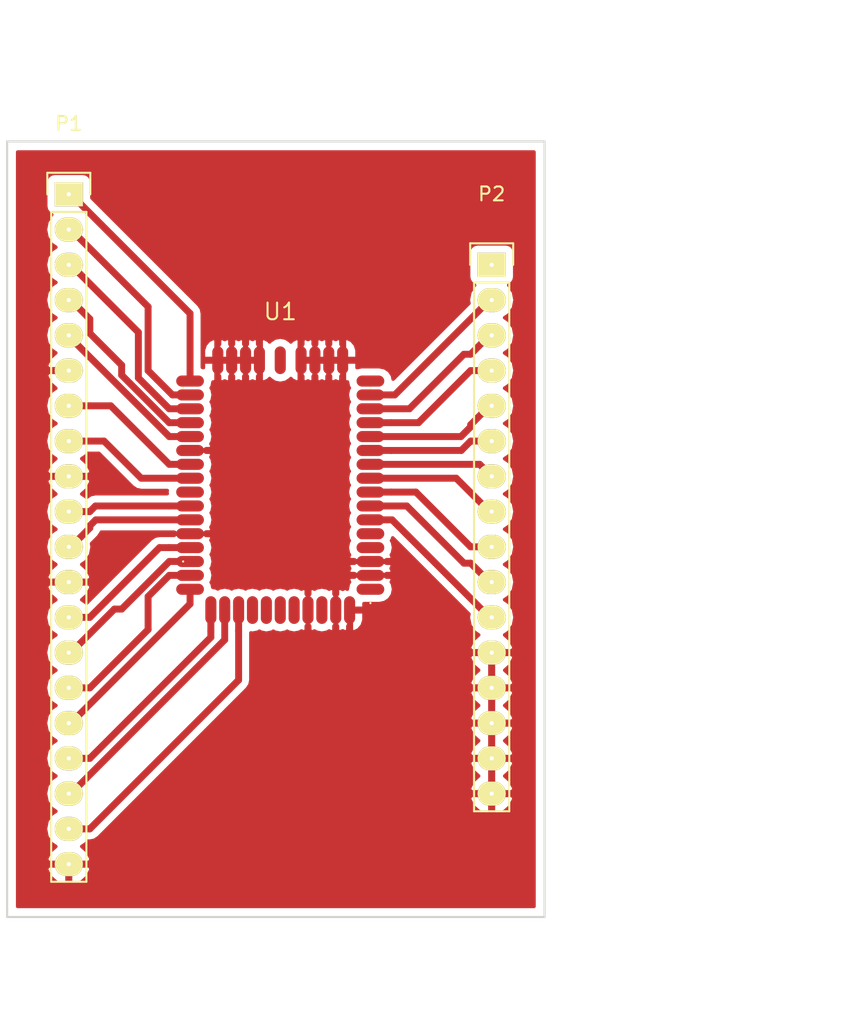
<source format=kicad_pcb>
(kicad_pcb (version 4) (host pcbnew 4.1.0-alpha+201606200816+6943~45~ubuntu16.04.1-product)

  (general
    (links 49)
    (no_connects 6)
    (area 28.038667 16.604001 82.422001 91.899)
    (thickness 1.6)
    (drawings 9)
    (tracks 109)
    (zones 0)
    (modules 3)
    (nets 40)
  )

  (page A4)
  (layers
    (0 F.Cu signal)
    (31 B.Cu signal)
    (32 B.Adhes user)
    (33 F.Adhes user)
    (34 B.Paste user)
    (35 F.Paste user)
    (36 B.SilkS user)
    (37 F.SilkS user)
    (38 B.Mask user)
    (39 F.Mask user)
    (40 Dwgs.User user)
    (41 Cmts.User user)
    (42 Eco1.User user)
    (43 Eco2.User user)
    (44 Edge.Cuts user)
    (45 Margin user)
    (46 B.CrtYd user)
    (47 F.CrtYd user)
    (48 B.Fab user)
    (49 F.Fab user)
  )

  (setup
    (last_trace_width 0.5)
    (trace_clearance 0.2)
    (zone_clearance 0.508)
    (zone_45_only no)
    (trace_min 0.2)
    (segment_width 0.2)
    (edge_width 0.15)
    (via_size 0.6)
    (via_drill 0.4)
    (via_min_size 0.4)
    (via_min_drill 0.3)
    (uvia_size 0.3)
    (uvia_drill 0.1)
    (uvias_allowed no)
    (uvia_min_size 0.2)
    (uvia_min_drill 0.1)
    (pcb_text_width 0.3)
    (pcb_text_size 1.5 1.5)
    (mod_edge_width 0.15)
    (mod_text_size 1 1)
    (mod_text_width 0.15)
    (pad_size 2.032 1.7272)
    (pad_drill 0.3)
    (pad_to_mask_clearance 0.2)
    (aux_axis_origin 0 0)
    (visible_elements FFFFFF7F)
    (pcbplotparams
      (layerselection 0x01000_7fffffff)
      (usegerberextensions false)
      (excludeedgelayer true)
      (linewidth 0.100000)
      (plotframeref false)
      (viasonmask false)
      (mode 1)
      (useauxorigin false)
      (hpglpennumber 1)
      (hpglpenspeed 20)
      (hpglpendiameter 15)
      (psnegative true)
      (psa4output false)
      (plotreference true)
      (plotvalue true)
      (plotinvisibletext false)
      (padsonsilk false)
      (subtractmaskfromsilk false)
      (outputformat 4)
      (mirror true)
      (drillshape 1)
      (scaleselection 1)
      (outputdirectory pdf/))
  )

  (net 0 "")
  (net 1 "Net-(P1-Pad1)")
  (net 2 "Net-(P1-Pad2)")
  (net 3 "Net-(P1-Pad3)")
  (net 4 "Net-(P1-Pad4)")
  (net 5 "Net-(P1-Pad5)")
  (net 6 "Net-(P1-Pad7)")
  (net 7 "Net-(P1-Pad8)")
  (net 8 "Net-(U1-Pad9)")
  (net 9 "Net-(P1-Pad10)")
  (net 10 "Net-(P1-Pad11)")
  (net 11 "Net-(P1-Pad13)")
  (net 12 "Net-(P1-Pad14)")
  (net 13 "Net-(P1-Pad15)")
  (net 14 "Net-(P1-Pad16)")
  (net 15 "Net-(P1-Pad17)")
  (net 16 "Net-(P1-Pad18)")
  (net 17 "Net-(P1-Pad19)")
  (net 18 "Net-(U1-Pad20)")
  (net 19 "Net-(U1-Pad21)")
  (net 20 "Net-(U1-Pad22)")
  (net 21 "Net-(U1-Pad23)")
  (net 22 "Net-(U1-Pad25)")
  (net 23 "Net-(U1-Pad28)")
  (net 24 "Net-(U1-Pad31)")
  (net 25 "Net-(U1-Pad32)")
  (net 26 "Net-(P2-Pad11)")
  (net 27 "Net-(P2-Pad10)")
  (net 28 "Net-(P2-Pad9)")
  (net 29 "Net-(P2-Pad8)")
  (net 30 "Net-(P2-Pad7)")
  (net 31 "Net-(P2-Pad6)")
  (net 32 "Net-(P2-Pad5)")
  (net 33 "Net-(P2-Pad4)")
  (net 34 "Net-(P2-Pad3)")
  (net 35 "Net-(P2-Pad2)")
  (net 36 "Net-(U1-Pad43)")
  (net 37 "Net-(U1-Pad48)")
  (net 38 "Net-(P2-Pad1)")
  (net 39 /GND)

  (net_class Default "This is the default net class."
    (clearance 0.2)
    (trace_width 0.5)
    (via_dia 0.6)
    (via_drill 0.4)
    (uvia_dia 0.3)
    (uvia_drill 0.1)
    (add_net /GND)
    (add_net "Net-(P1-Pad1)")
    (add_net "Net-(P1-Pad10)")
    (add_net "Net-(P1-Pad11)")
    (add_net "Net-(P1-Pad13)")
    (add_net "Net-(P1-Pad14)")
    (add_net "Net-(P1-Pad15)")
    (add_net "Net-(P1-Pad16)")
    (add_net "Net-(P1-Pad17)")
    (add_net "Net-(P1-Pad18)")
    (add_net "Net-(P1-Pad19)")
    (add_net "Net-(P1-Pad2)")
    (add_net "Net-(P1-Pad3)")
    (add_net "Net-(P1-Pad4)")
    (add_net "Net-(P1-Pad5)")
    (add_net "Net-(P1-Pad7)")
    (add_net "Net-(P1-Pad8)")
    (add_net "Net-(P2-Pad1)")
    (add_net "Net-(P2-Pad10)")
    (add_net "Net-(P2-Pad11)")
    (add_net "Net-(P2-Pad2)")
    (add_net "Net-(P2-Pad3)")
    (add_net "Net-(P2-Pad4)")
    (add_net "Net-(P2-Pad5)")
    (add_net "Net-(P2-Pad6)")
    (add_net "Net-(P2-Pad7)")
    (add_net "Net-(P2-Pad8)")
    (add_net "Net-(P2-Pad9)")
    (add_net "Net-(U1-Pad20)")
    (add_net "Net-(U1-Pad21)")
    (add_net "Net-(U1-Pad22)")
    (add_net "Net-(U1-Pad23)")
    (add_net "Net-(U1-Pad25)")
    (add_net "Net-(U1-Pad28)")
    (add_net "Net-(U1-Pad31)")
    (add_net "Net-(U1-Pad32)")
    (add_net "Net-(U1-Pad43)")
    (add_net "Net-(U1-Pad48)")
    (add_net "Net-(U1-Pad9)")
  )

  (module tiwi:TiWi-BLE (layer F.Cu) (tedit 574C6333) (tstamp 574C6628)
    (at 48.387 51.054)
    (path /57266795)
    (fp_text reference U1 (at 0 -12.5) (layer F.SilkS)
      (effects (font (size 1.2 1.2) (thickness 0.15)))
    )
    (fp_text value TiWi-BLE (at 0 12.5) (layer F.Fab)
      (effects (font (size 1.2 1.2) (thickness 0.15)))
    )
    (fp_line (start -7 -7) (end -7 -7) (layer F.SilkS) (width 0.15))
    (fp_line (start 6.5 -7) (end 6.5 -7) (layer F.SilkS) (width 0.15))
    (fp_line (start 6.5 -7) (end 6.5 -7) (layer F.SilkS) (width 0.15))
    (fp_line (start -7 5.5) (end -7 5.5) (layer F.SilkS) (width 0.15))
    (fp_line (start -7 5.5) (end -7 5.5) (layer F.SilkS) (width 0.15))
    (fp_line (start 6.5 8.5) (end 6.5 8.5) (layer F.SilkS) (width 0.15))
    (fp_line (start 6.5 8.5) (end 6.5 8.5) (layer F.SilkS) (width 0.15))
    (fp_line (start -8.5 -11) (end 8.5 -11) (layer F.CrtYd) (width 0.15))
    (fp_line (start 8.5 -11) (end 8.5 11) (layer F.CrtYd) (width 0.15))
    (fp_line (start 8.5 11) (end -8.5 11) (layer F.CrtYd) (width 0.15))
    (fp_line (start -8.5 11) (end -8.5 -11) (layer F.CrtYd) (width 0.15))
    (pad 1 smd oval (at -6.5 -7.5 90) (size 0.8 2) (layers F.Cu F.Paste F.Mask)
      (net 1 "Net-(P1-Pad1)"))
    (pad 2 smd oval (at -6.5 -6.5 90) (size 0.8 2) (layers F.Cu F.Paste F.Mask)
      (net 2 "Net-(P1-Pad2)"))
    (pad 3 smd oval (at -6.5 -5.5 90) (size 0.8 2) (layers F.Cu F.Paste F.Mask)
      (net 3 "Net-(P1-Pad3)"))
    (pad 4 smd oval (at -6.5 -4.5 90) (size 0.8 2) (layers F.Cu F.Paste F.Mask)
      (net 4 "Net-(P1-Pad4)"))
    (pad 5 smd oval (at -6.5 -3.5 90) (size 0.8 2) (layers F.Cu F.Paste F.Mask)
      (net 5 "Net-(P1-Pad5)"))
    (pad 6 smd oval (at -6.5 -2.5 90) (size 0.8 2) (layers F.Cu F.Paste F.Mask)
      (net 39 /GND))
    (pad 7 smd oval (at -6.5 -1.5 90) (size 0.8 2) (layers F.Cu F.Paste F.Mask)
      (net 6 "Net-(P1-Pad7)"))
    (pad 8 smd oval (at -6.5 -0.5 90) (size 0.8 2) (layers F.Cu F.Paste F.Mask)
      (net 7 "Net-(P1-Pad8)"))
    (pad 9 smd oval (at -6.5 0.5 90) (size 0.8 2) (layers F.Cu F.Paste F.Mask)
      (net 8 "Net-(U1-Pad9)"))
    (pad 10 smd oval (at -6.5 1.5 90) (size 0.8 2) (layers F.Cu F.Paste F.Mask)
      (net 9 "Net-(P1-Pad10)"))
    (pad 11 smd oval (at -6.5 2.5 90) (size 0.8 2) (layers F.Cu F.Paste F.Mask)
      (net 10 "Net-(P1-Pad11)"))
    (pad 12 smd oval (at -6.5 3.5 90) (size 0.8 2) (layers F.Cu F.Paste F.Mask)
      (net 39 /GND))
    (pad 13 smd oval (at -6.5 4.5 90) (size 0.8 2) (layers F.Cu F.Paste F.Mask)
      (net 11 "Net-(P1-Pad13)"))
    (pad 14 smd oval (at -6.5 5.5 90) (size 0.8 2) (layers F.Cu F.Paste F.Mask)
      (net 12 "Net-(P1-Pad14)"))
    (pad 15 smd oval (at -6.5 6.5 90) (size 0.8 2) (layers F.Cu F.Paste F.Mask)
      (net 13 "Net-(P1-Pad15)"))
    (pad 16 smd oval (at -6.5 7.5 90) (size 0.8 2) (layers F.Cu F.Paste F.Mask)
      (net 14 "Net-(P1-Pad16)"))
    (pad 17 smd oval (at -5 9) (size 0.8 2) (layers F.Cu F.Paste F.Mask)
      (net 15 "Net-(P1-Pad17)"))
    (pad 18 smd oval (at -4 9) (size 0.8 2) (layers F.Cu F.Paste F.Mask)
      (net 16 "Net-(P1-Pad18)"))
    (pad 19 smd oval (at -3 9) (size 0.8 2) (layers F.Cu F.Paste F.Mask)
      (net 17 "Net-(P1-Pad19)"))
    (pad 20 smd oval (at -2 9) (size 0.8 2) (layers F.Cu F.Paste F.Mask)
      (net 18 "Net-(U1-Pad20)"))
    (pad 21 smd oval (at -1 9) (size 0.8 2) (layers F.Cu F.Paste F.Mask)
      (net 19 "Net-(U1-Pad21)"))
    (pad 22 smd oval (at 0 9) (size 0.8 2) (layers F.Cu F.Paste F.Mask)
      (net 20 "Net-(U1-Pad22)"))
    (pad 23 smd oval (at 1 9) (size 0.8 2) (layers F.Cu F.Paste F.Mask)
      (net 21 "Net-(U1-Pad23)"))
    (pad 24 smd oval (at 2 9) (size 0.8 2) (layers F.Cu F.Paste F.Mask)
      (net 39 /GND))
    (pad 25 smd oval (at 3 9) (size 0.8 2) (layers F.Cu F.Paste F.Mask)
      (net 22 "Net-(U1-Pad25)"))
    (pad 26 smd oval (at 4 9) (size 0.8 2) (layers F.Cu F.Paste F.Mask)
      (net 39 /GND))
    (pad 27 smd oval (at 5 9 180) (size 0.8 2) (layers F.Cu F.Paste F.Mask)
      (net 39 /GND))
    (pad 28 smd oval (at 6.5 7.5 90) (size 0.8 2) (layers F.Cu F.Paste F.Mask)
      (net 23 "Net-(U1-Pad28)"))
    (pad 29 smd oval (at 6.5 6.5 90) (size 0.8 2) (layers F.Cu F.Paste F.Mask)
      (net 39 /GND))
    (pad 30 smd oval (at 6.5 5.5 90) (size 0.8 2) (layers F.Cu F.Paste F.Mask)
      (net 39 /GND))
    (pad 31 smd oval (at 6.5 4.5 90) (size 0.8 2) (layers F.Cu F.Paste F.Mask)
      (net 24 "Net-(U1-Pad31)"))
    (pad 32 smd oval (at 6.5 3.5 90) (size 0.8 2) (layers F.Cu F.Paste F.Mask)
      (net 25 "Net-(U1-Pad32)"))
    (pad 33 smd oval (at 6.5 2.5 90) (size 0.8 2) (layers F.Cu F.Paste F.Mask)
      (net 26 "Net-(P2-Pad11)"))
    (pad 34 smd oval (at 6.5 1.5 90) (size 0.8 2) (layers F.Cu F.Paste F.Mask)
      (net 27 "Net-(P2-Pad10)"))
    (pad 35 smd oval (at 6.5 0.5 90) (size 0.8 2) (layers F.Cu F.Paste F.Mask)
      (net 28 "Net-(P2-Pad9)"))
    (pad 36 smd oval (at 6.5 -0.5 90) (size 0.8 2) (layers F.Cu F.Paste F.Mask)
      (net 29 "Net-(P2-Pad8)"))
    (pad 37 smd oval (at 6.5 -1.5 90) (size 0.8 2) (layers F.Cu F.Paste F.Mask)
      (net 30 "Net-(P2-Pad7)"))
    (pad 38 smd oval (at 6.5 -2.5 90) (size 0.8 2) (layers F.Cu F.Paste F.Mask)
      (net 31 "Net-(P2-Pad6)"))
    (pad 39 smd oval (at 6.5 -3.5 90) (size 0.8 2) (layers F.Cu F.Paste F.Mask)
      (net 32 "Net-(P2-Pad5)"))
    (pad 40 smd oval (at 6.5 -4.5 270) (size 0.8 2) (layers F.Cu F.Paste F.Mask)
      (net 33 "Net-(P2-Pad4)"))
    (pad 41 smd oval (at 6.5 -5.5 270) (size 0.8 2) (layers F.Cu F.Paste F.Mask)
      (net 34 "Net-(P2-Pad3)"))
    (pad 42 smd oval (at 6.5 -6.5 270) (size 0.8 2) (layers F.Cu F.Paste F.Mask)
      (net 35 "Net-(P2-Pad2)"))
    (pad 43 smd oval (at 6.5 -7.5 270) (size 0.8 2) (layers F.Cu F.Paste F.Mask)
      (net 36 "Net-(U1-Pad43)"))
    (pad 44 smd oval (at 4.5 -9) (size 0.8 2) (layers F.Cu F.Paste F.Mask)
      (net 39 /GND))
    (pad 45 smd oval (at 3.5 -9) (size 0.8 2) (layers F.Cu F.Paste F.Mask)
      (net 39 /GND))
    (pad 46 smd oval (at 2.5 -9) (size 0.8 2) (layers F.Cu F.Paste F.Mask)
      (net 39 /GND))
    (pad 47 smd oval (at 1.5 -9) (size 0.8 2) (layers F.Cu F.Paste F.Mask)
      (net 39 /GND))
    (pad 48 smd oval (at 0 -9) (size 0.8 2) (layers F.Cu F.Paste F.Mask)
      (net 37 "Net-(U1-Pad48)"))
    (pad 49 smd oval (at -1.5 -9) (size 0.8 2) (layers F.Cu F.Paste F.Mask)
      (net 39 /GND))
    (pad 50 smd oval (at -2.5 -9) (size 0.8 2) (layers F.Cu F.Paste F.Mask)
      (net 39 /GND))
    (pad 51 smd oval (at -3.5 -9) (size 0.8 2) (layers F.Cu F.Paste F.Mask)
      (net 39 /GND))
    (pad 52 smd oval (at -4.5 -9) (size 0.8 2) (layers F.Cu F.Paste F.Mask)
      (net 39 /GND))
  )

  (module Pin_Headers:Pin_Header_Straight_1x20 (layer F.Cu) (tedit 574DDFDC) (tstamp 574C66AE)
    (at 33.147 30.099)
    (descr "Through hole pin header")
    (tags "pin header")
    (path /572667FB)
    (fp_text reference P1 (at 0 -5.1) (layer F.SilkS)
      (effects (font (size 1 1) (thickness 0.15)))
    )
    (fp_text value CONN_01X20 (at 0 -3.1) (layer F.Fab)
      (effects (font (size 1 1) (thickness 0.15)))
    )
    (fp_line (start -1.75 -1.75) (end -1.75 50.05) (layer F.CrtYd) (width 0.05))
    (fp_line (start 1.75 -1.75) (end 1.75 50.05) (layer F.CrtYd) (width 0.05))
    (fp_line (start -1.75 -1.75) (end 1.75 -1.75) (layer F.CrtYd) (width 0.05))
    (fp_line (start -1.75 50.05) (end 1.75 50.05) (layer F.CrtYd) (width 0.05))
    (fp_line (start 1.27 1.27) (end 1.27 49.53) (layer F.SilkS) (width 0.15))
    (fp_line (start 1.27 49.53) (end -1.27 49.53) (layer F.SilkS) (width 0.15))
    (fp_line (start -1.27 49.53) (end -1.27 1.27) (layer F.SilkS) (width 0.15))
    (fp_line (start 1.55 -1.55) (end 1.55 0) (layer F.SilkS) (width 0.15))
    (fp_line (start 1.27 1.27) (end -1.27 1.27) (layer F.SilkS) (width 0.15))
    (fp_line (start -1.55 0) (end -1.55 -1.55) (layer F.SilkS) (width 0.15))
    (fp_line (start -1.55 -1.55) (end 1.55 -1.55) (layer F.SilkS) (width 0.15))
    (pad 1 thru_hole rect (at 0 0) (size 2.032 1.7272) (drill 0.3) (layers *.Cu *.Mask F.SilkS)
      (net 1 "Net-(P1-Pad1)"))
    (pad 2 thru_hole oval (at 0 2.54) (size 2.032 1.7272) (drill 0.3) (layers *.Cu *.Mask F.SilkS)
      (net 2 "Net-(P1-Pad2)"))
    (pad 3 thru_hole oval (at 0 5.08) (size 2.032 1.7272) (drill 0.3) (layers *.Cu *.Mask F.SilkS)
      (net 3 "Net-(P1-Pad3)"))
    (pad 4 thru_hole oval (at 0 7.62) (size 2.032 1.7272) (drill 0.3) (layers *.Cu *.Mask F.SilkS)
      (net 4 "Net-(P1-Pad4)"))
    (pad 5 thru_hole oval (at 0 10.16) (size 2.032 1.7272) (drill 0.3) (layers *.Cu *.Mask F.SilkS)
      (net 5 "Net-(P1-Pad5)"))
    (pad 6 thru_hole oval (at 0 12.7) (size 2.032 1.7272) (drill 0.3) (layers *.Cu *.Mask F.SilkS)
      (net 39 /GND))
    (pad 7 thru_hole oval (at 0 15.24) (size 2.032 1.7272) (drill 0.3) (layers *.Cu *.Mask F.SilkS)
      (net 6 "Net-(P1-Pad7)"))
    (pad 8 thru_hole oval (at 0 17.78) (size 2.032 1.7272) (drill 0.3) (layers *.Cu *.Mask F.SilkS)
      (net 7 "Net-(P1-Pad8)"))
    (pad 9 thru_hole oval (at 0 20.32) (size 2.032 1.7272) (drill 0.3) (layers *.Cu *.Mask F.SilkS)
      (net 39 /GND))
    (pad 10 thru_hole oval (at 0 22.86) (size 2.032 1.7272) (drill 0.3) (layers *.Cu *.Mask F.SilkS)
      (net 9 "Net-(P1-Pad10)"))
    (pad 11 thru_hole oval (at 0 25.4) (size 2.032 1.7272) (drill 0.3) (layers *.Cu *.Mask F.SilkS)
      (net 10 "Net-(P1-Pad11)"))
    (pad 12 thru_hole oval (at 0 27.94) (size 2.032 1.7272) (drill 0.3) (layers *.Cu *.Mask F.SilkS)
      (net 39 /GND))
    (pad 13 thru_hole oval (at 0 30.48) (size 2.032 1.7272) (drill 0.3) (layers *.Cu *.Mask F.SilkS)
      (net 11 "Net-(P1-Pad13)"))
    (pad 14 thru_hole oval (at 0 33.02) (size 2.032 1.7272) (drill 0.3) (layers *.Cu *.Mask F.SilkS)
      (net 12 "Net-(P1-Pad14)"))
    (pad 15 thru_hole oval (at 0 35.56) (size 2.032 1.7272) (drill 0.3) (layers *.Cu *.Mask F.SilkS)
      (net 13 "Net-(P1-Pad15)"))
    (pad 16 thru_hole oval (at 0 38.1) (size 2.032 1.7272) (drill 0.3) (layers *.Cu *.Mask F.SilkS)
      (net 14 "Net-(P1-Pad16)"))
    (pad 17 thru_hole oval (at 0 40.64) (size 2.032 1.7272) (drill 0.3) (layers *.Cu *.Mask F.SilkS)
      (net 15 "Net-(P1-Pad17)"))
    (pad 18 thru_hole oval (at 0 43.18) (size 2.032 1.7272) (drill 0.3) (layers *.Cu *.Mask F.SilkS)
      (net 16 "Net-(P1-Pad18)"))
    (pad 19 thru_hole oval (at 0 45.72) (size 2.032 1.7272) (drill 0.3) (layers *.Cu *.Mask F.SilkS)
      (net 17 "Net-(P1-Pad19)"))
    (pad 20 thru_hole oval (at 0 48.26) (size 2.032 1.7272) (drill 0.3) (layers *.Cu *.Mask F.SilkS)
      (net 39 /GND))
    (model Pin_Headers.3dshapes/Pin_Header_Straight_1x20.wrl
      (at (xyz 0 -0.95 0))
      (scale (xyz 1 1 1))
      (rotate (xyz 0 0 90))
    )
  )

  (module Pin_Headers:Pin_Header_Straight_1x16 (layer F.Cu) (tedit 574DDF77) (tstamp 574C66F0)
    (at 63.627 35.179)
    (descr "Through hole pin header")
    (tags "pin header")
    (path /57266C14)
    (fp_text reference P2 (at 0 -5.1) (layer F.SilkS)
      (effects (font (size 1 1) (thickness 0.15)))
    )
    (fp_text value CONN_01X16 (at 0 -3.1) (layer F.Fab)
      (effects (font (size 1 1) (thickness 0.15)))
    )
    (fp_line (start -1.75 -1.75) (end -1.75 39.85) (layer F.CrtYd) (width 0.05))
    (fp_line (start 1.75 -1.75) (end 1.75 39.85) (layer F.CrtYd) (width 0.05))
    (fp_line (start -1.75 -1.75) (end 1.75 -1.75) (layer F.CrtYd) (width 0.05))
    (fp_line (start -1.75 39.85) (end 1.75 39.85) (layer F.CrtYd) (width 0.05))
    (fp_line (start -1.27 1.27) (end -1.27 39.37) (layer F.SilkS) (width 0.15))
    (fp_line (start -1.27 39.37) (end 1.27 39.37) (layer F.SilkS) (width 0.15))
    (fp_line (start 1.27 39.37) (end 1.27 1.27) (layer F.SilkS) (width 0.15))
    (fp_line (start 1.55 -1.55) (end 1.55 0) (layer F.SilkS) (width 0.15))
    (fp_line (start 1.27 1.27) (end -1.27 1.27) (layer F.SilkS) (width 0.15))
    (fp_line (start -1.55 0) (end -1.55 -1.55) (layer F.SilkS) (width 0.15))
    (fp_line (start -1.55 -1.55) (end 1.55 -1.55) (layer F.SilkS) (width 0.15))
    (pad 1 thru_hole rect (at 0 0) (size 2.032 1.7272) (drill 0.3) (layers *.Cu *.Mask F.SilkS)
      (net 38 "Net-(P2-Pad1)"))
    (pad 2 thru_hole oval (at 0 2.54) (size 2.032 1.7272) (drill 0.3) (layers *.Cu *.Mask F.SilkS)
      (net 35 "Net-(P2-Pad2)"))
    (pad 3 thru_hole oval (at 0 5.08) (size 2.032 1.7272) (drill 0.3) (layers *.Cu *.Mask F.SilkS)
      (net 34 "Net-(P2-Pad3)"))
    (pad 4 thru_hole oval (at 0 7.62) (size 2.032 1.7272) (drill 0.3) (layers *.Cu *.Mask F.SilkS)
      (net 33 "Net-(P2-Pad4)"))
    (pad 5 thru_hole oval (at 0 10.16) (size 2.032 1.7272) (drill 0.3) (layers *.Cu *.Mask F.SilkS)
      (net 32 "Net-(P2-Pad5)"))
    (pad 6 thru_hole oval (at 0 12.7) (size 2.032 1.7272) (drill 0.3) (layers *.Cu *.Mask F.SilkS)
      (net 31 "Net-(P2-Pad6)"))
    (pad 7 thru_hole oval (at 0 15.24) (size 2.032 1.7272) (drill 0.3) (layers *.Cu *.Mask F.SilkS)
      (net 30 "Net-(P2-Pad7)"))
    (pad 8 thru_hole oval (at 0 17.78) (size 2.032 1.7272) (drill 0.3) (layers *.Cu *.Mask F.SilkS)
      (net 29 "Net-(P2-Pad8)"))
    (pad 9 thru_hole oval (at 0 20.32) (size 2.032 1.7272) (drill 0.3) (layers *.Cu *.Mask F.SilkS)
      (net 28 "Net-(P2-Pad9)"))
    (pad 10 thru_hole oval (at 0 22.86) (size 2.032 1.7272) (drill 0.3) (layers *.Cu *.Mask F.SilkS)
      (net 27 "Net-(P2-Pad10)"))
    (pad 11 thru_hole oval (at 0 25.4) (size 2.032 1.7272) (drill 0.3) (layers *.Cu *.Mask F.SilkS)
      (net 26 "Net-(P2-Pad11)"))
    (pad 12 thru_hole oval (at 0 27.94) (size 2.032 1.7272) (drill 0.3) (layers *.Cu *.Mask F.SilkS)
      (net 39 /GND))
    (pad 13 thru_hole oval (at 0 30.48) (size 2.032 1.7272) (drill 0.3) (layers *.Cu *.Mask F.SilkS)
      (net 39 /GND))
    (pad 14 thru_hole oval (at 0 33.02) (size 2.032 1.7272) (drill 0.3) (layers *.Cu *.Mask F.SilkS)
      (net 39 /GND))
    (pad 15 thru_hole oval (at 0 35.56) (size 2.032 1.7272) (drill 0.3) (layers *.Cu *.Mask F.SilkS)
      (net 39 /GND))
    (pad 16 thru_hole oval (at 0 38.1) (size 2.032 1.7272) (drill 0.3) (layers *.Cu *.Mask F.SilkS)
      (net 39 /GND))
    (model Pin_Headers.3dshapes/Pin_Header_Straight_1x16.wrl
      (at (xyz 0 -0.75 0))
      (scale (xyz 1 1 1))
      (rotate (xyz 0 0 90))
    )
  )

  (dimension 5.097211 (width 0.3) (layer Dwgs.User)
    (gr_text "5,097 mm" (at 87.202 32.630394 90) (layer Dwgs.User)
      (effects (font (size 1.5 1.5) (thickness 0.3)))
    )
    (feature1 (pts (xy 63.627 30.081789) (xy 88.552 30.081789)))
    (feature2 (pts (xy 63.627 35.179) (xy 88.552 35.179)))
    (crossbar (pts (xy 85.852 35.179) (xy 85.852 30.081789)))
    (arrow1a (pts (xy 85.852 30.081789) (xy 86.438421 31.208293)))
    (arrow1b (pts (xy 85.852 30.081789) (xy 85.265579 31.208293)))
    (arrow2a (pts (xy 85.852 35.179) (xy 86.438421 34.052496)))
    (arrow2b (pts (xy 85.852 35.179) (xy 85.265579 34.052496)))
  )
  (dimension 30.48 (width 0.3) (layer Dwgs.User)
    (gr_text "30,480 mm" (at 48.387 86.059) (layer Dwgs.User)
      (effects (font (size 1.5 1.5) (thickness 0.3)))
    )
    (feature1 (pts (xy 63.627 78.359) (xy 63.627 87.409)))
    (feature2 (pts (xy 33.147 78.359) (xy 33.147 87.409)))
    (crossbar (pts (xy 33.147 84.709) (xy 63.627 84.709)))
    (arrow1a (pts (xy 63.627 84.709) (xy 62.500496 85.295421)))
    (arrow1b (pts (xy 63.627 84.709) (xy 62.500496 84.122579)))
    (arrow2a (pts (xy 33.147 84.709) (xy 34.273504 85.295421)))
    (arrow2b (pts (xy 33.147 84.709) (xy 34.273504 84.122579)))
  )
  (dimension 55.88 (width 0.3) (layer Dwgs.User)
    (gr_text "55,880 mm" (at 75.772 54.229 270) (layer Dwgs.User)
      (effects (font (size 1.5 1.5) (thickness 0.3)))
    )
    (feature1 (pts (xy 67.437 82.169) (xy 77.122 82.169)))
    (feature2 (pts (xy 67.437 26.289) (xy 77.122 26.289)))
    (crossbar (pts (xy 74.422 26.289) (xy 74.422 82.169)))
    (arrow1a (pts (xy 74.422 82.169) (xy 73.835579 81.042496)))
    (arrow1b (pts (xy 74.422 82.169) (xy 75.008421 81.042496)))
    (arrow2a (pts (xy 74.422 26.289) (xy 73.835579 27.415504)))
    (arrow2b (pts (xy 74.422 26.289) (xy 75.008421 27.415504)))
  )
  (dimension 30.48 (width 0.3) (layer Dwgs.User)
    (gr_text "30,480 mm" (at 48.387 17.954001) (layer Dwgs.User)
      (effects (font (size 1.5 1.5) (thickness 0.3)))
    )
    (feature1 (pts (xy 33.147 33.909) (xy 33.147 16.604001)))
    (feature2 (pts (xy 63.627 33.909) (xy 63.627 16.604001)))
    (crossbar (pts (xy 63.627 19.304001) (xy 33.147 19.304001)))
    (arrow1a (pts (xy 33.147 19.304001) (xy 34.273504 18.71758)))
    (arrow1b (pts (xy 33.147 19.304001) (xy 34.273504 19.890422)))
    (arrow2a (pts (xy 63.627 19.304001) (xy 62.500496 18.71758)))
    (arrow2b (pts (xy 63.627 19.304001) (xy 62.500496 19.890422)))
  )
  (dimension 38.735 (width 0.3) (layer Dwgs.User)
    (gr_text "38,735 mm" (at 48.0695 90.503999) (layer Dwgs.User)
      (effects (font (size 1.5 1.5) (thickness 0.3)))
    )
    (feature1 (pts (xy 67.437 82.169) (xy 67.437 91.853999)))
    (feature2 (pts (xy 28.702 82.169) (xy 28.702 91.853999)))
    (crossbar (pts (xy 28.702 89.153999) (xy 67.437 89.153999)))
    (arrow1a (pts (xy 67.437 89.153999) (xy 66.310496 89.74042)))
    (arrow1b (pts (xy 67.437 89.153999) (xy 66.310496 88.567578)))
    (arrow2a (pts (xy 28.702 89.153999) (xy 29.828504 89.74042)))
    (arrow2b (pts (xy 28.702 89.153999) (xy 29.828504 88.567578)))
  )
  (gr_line (start 28.702 82.169) (end 28.702 26.289) (layer Edge.Cuts) (width 0.15))
  (gr_line (start 67.437 82.169) (end 28.702 82.169) (layer Edge.Cuts) (width 0.15))
  (gr_line (start 67.437 26.289) (end 67.437 82.169) (layer Edge.Cuts) (width 0.15))
  (gr_line (start 28.702 26.289) (end 67.437 26.289) (layer Edge.Cuts) (width 0.15))

  (segment (start 51.562 67.564) (end 46.482 67.564) (width 1) (layer Dwgs.User) (net 0))
  (segment (start 41.887 43.554) (end 41.887 38.6866) (width 0.5) (layer F.Cu) (net 1))
  (segment (start 41.887 38.6866) (end 33.2994 30.099) (width 0.5) (layer F.Cu) (net 1))
  (segment (start 33.2994 30.099) (end 33.147 30.099) (width 0.5) (layer F.Cu) (net 1))
  (segment (start 33.2994 29.464) (end 33.147 29.464) (width 0.25) (layer F.Cu) (net 1))
  (segment (start 41.887 44.554) (end 40.617 44.554) (width 0.5) (layer F.Cu) (net 2))
  (segment (start 40.617 44.554) (end 38.862 42.799) (width 0.5) (layer F.Cu) (net 2))
  (segment (start 38.862 42.799) (end 38.862 38.2016) (width 0.5) (layer F.Cu) (net 2))
  (segment (start 38.862 38.2016) (end 33.2994 32.639) (width 0.5) (layer F.Cu) (net 2))
  (segment (start 33.2994 32.639) (end 33.147 32.639) (width 0.5) (layer F.Cu) (net 2))
  (segment (start 33.147 35.179) (end 33.2994 35.179) (width 0.5) (layer F.Cu) (net 3))
  (segment (start 33.2994 35.179) (end 38.161989 40.041589) (width 0.5) (layer F.Cu) (net 3))
  (segment (start 38.161989 40.041589) (end 38.161989 43.328989) (width 0.5) (layer F.Cu) (net 3))
  (segment (start 38.161989 43.328989) (end 40.387 45.554) (width 0.5) (layer F.Cu) (net 3))
  (segment (start 40.387 45.554) (end 41.887 45.554) (width 0.5) (layer F.Cu) (net 3))
  (segment (start 33.2994 37.719) (end 33.147 37.719) (width 0.5) (layer F.Cu) (net 4))
  (segment (start 41.887 46.554) (end 40.387 46.554) (width 0.5) (layer F.Cu) (net 4))
  (segment (start 40.387 46.554) (end 36.957 43.124) (width 0.5) (layer F.Cu) (net 4))
  (segment (start 36.957 43.124) (end 36.957 42.406025) (width 0.5) (layer F.Cu) (net 4))
  (segment (start 36.957 42.406025) (end 34.663 40.112025) (width 0.5) (layer F.Cu) (net 4))
  (segment (start 34.663 40.112025) (end 34.663 39.0826) (width 0.5) (layer F.Cu) (net 4))
  (segment (start 34.663 39.0826) (end 33.2994 37.719) (width 0.5) (layer F.Cu) (net 4))
  (segment (start 41.887 47.554) (end 40.387 47.554) (width 0.5) (layer F.Cu) (net 5))
  (segment (start 33.147 40.314) (end 33.147 40.259) (width 0.5) (layer F.Cu) (net 5))
  (segment (start 40.387 47.554) (end 33.147 40.314) (width 0.5) (layer F.Cu) (net 5))
  (segment (start 41.887 49.554) (end 40.387 49.554) (width 0.5) (layer F.Cu) (net 6))
  (segment (start 40.387 49.554) (end 36.172 45.339) (width 0.5) (layer F.Cu) (net 6))
  (segment (start 36.172 45.339) (end 34.663 45.339) (width 0.5) (layer F.Cu) (net 6))
  (segment (start 34.663 45.339) (end 33.147 45.339) (width 0.5) (layer F.Cu) (net 6))
  (segment (start 38.362 50.554) (end 35.687 47.879) (width 0.5) (layer F.Cu) (net 7))
  (segment (start 35.687 47.879) (end 33.147 47.879) (width 0.5) (layer F.Cu) (net 7))
  (segment (start 41.887 50.554) (end 38.362 50.554) (width 0.5) (layer F.Cu) (net 7))
  (segment (start 33.147 52.959) (end 34.663 52.959) (width 0.5) (layer F.Cu) (net 9))
  (segment (start 34.663 52.959) (end 35.068 52.554) (width 0.5) (layer F.Cu) (net 9))
  (segment (start 35.068 52.554) (end 40.387 52.554) (width 0.5) (layer F.Cu) (net 9))
  (segment (start 40.387 52.554) (end 41.887 52.554) (width 0.5) (layer F.Cu) (net 9))
  (segment (start 41.887 53.554) (end 35.092 53.554) (width 0.5) (layer F.Cu) (net 10))
  (segment (start 35.092 53.554) (end 34.663 53.983) (width 0.5) (layer F.Cu) (net 10))
  (segment (start 34.663 53.983) (end 34.663 54.1354) (width 0.5) (layer F.Cu) (net 10))
  (segment (start 34.663 54.1354) (end 33.2994 55.499) (width 0.5) (layer F.Cu) (net 10))
  (segment (start 33.2994 55.499) (end 33.147 55.499) (width 0.5) (layer F.Cu) (net 10))
  (segment (start 33.147 60.579) (end 34.663 60.579) (width 0.5) (layer F.Cu) (net 11))
  (segment (start 34.663 60.579) (end 39.688 55.554) (width 0.5) (layer F.Cu) (net 11))
  (segment (start 39.688 55.554) (end 40.387 55.554) (width 0.5) (layer F.Cu) (net 11))
  (segment (start 40.387 55.554) (end 41.887 55.554) (width 0.5) (layer F.Cu) (net 11))
  (segment (start 36.957 59.984) (end 36.4344 59.984) (width 0.5) (layer F.Cu) (net 12))
  (segment (start 36.4344 59.984) (end 33.2994 63.119) (width 0.5) (layer F.Cu) (net 12))
  (segment (start 33.2994 63.119) (end 33.147 63.119) (width 0.5) (layer F.Cu) (net 12))
  (segment (start 41.887 56.554) (end 40.387 56.554) (width 0.5) (layer F.Cu) (net 12))
  (segment (start 40.387 56.554) (end 36.957 59.984) (width 0.5) (layer F.Cu) (net 12))
  (segment (start 38.862 61.46) (end 38.862 59.079) (width 0.5) (layer F.Cu) (net 13))
  (segment (start 38.862 59.079) (end 40.387 57.554) (width 0.5) (layer F.Cu) (net 13))
  (segment (start 40.387 57.554) (end 41.887 57.554) (width 0.5) (layer F.Cu) (net 13))
  (segment (start 33.147 65.659) (end 34.663 65.659) (width 0.5) (layer F.Cu) (net 13))
  (segment (start 34.663 65.659) (end 38.862 61.46) (width 0.5) (layer F.Cu) (net 13))
  (segment (start 41.887 58.554) (end 41.887 59.6114) (width 0.5) (layer F.Cu) (net 14))
  (segment (start 41.887 59.6114) (end 33.2994 68.199) (width 0.5) (layer F.Cu) (net 14))
  (segment (start 33.2994 68.199) (end 33.147 68.199) (width 0.5) (layer F.Cu) (net 14))
  (segment (start 33.147 70.739) (end 34.663 70.739) (width 0.5) (layer F.Cu) (net 15))
  (segment (start 34.663 70.739) (end 43.387 62.015) (width 0.5) (layer F.Cu) (net 15))
  (segment (start 43.387 62.015) (end 43.387 61.554) (width 0.5) (layer F.Cu) (net 15))
  (segment (start 43.387 61.554) (end 43.387 60.054) (width 0.5) (layer F.Cu) (net 15))
  (segment (start 44.387 60.054) (end 44.387 62.1914) (width 0.5) (layer F.Cu) (net 16))
  (segment (start 44.387 62.1914) (end 33.2994 73.279) (width 0.5) (layer F.Cu) (net 16))
  (segment (start 33.2994 73.279) (end 33.147 73.279) (width 0.5) (layer F.Cu) (net 16))
  (segment (start 33.147 75.819) (end 34.663 75.819) (width 0.5) (layer F.Cu) (net 17))
  (segment (start 45.387 65.095) (end 45.387 61.554) (width 0.5) (layer F.Cu) (net 17))
  (segment (start 34.663 75.819) (end 45.387 65.095) (width 0.5) (layer F.Cu) (net 17))
  (segment (start 45.387 61.554) (end 45.387 60.054) (width 0.5) (layer F.Cu) (net 17))
  (segment (start 63.627 60.579) (end 63.4746 60.579) (width 0.5) (layer F.Cu) (net 26))
  (segment (start 63.4746 60.579) (end 56.4496 53.554) (width 0.5) (layer F.Cu) (net 26))
  (segment (start 56.4496 53.554) (end 56.387 53.554) (width 0.5) (layer F.Cu) (net 26))
  (segment (start 56.387 53.554) (end 54.887 53.554) (width 0.5) (layer F.Cu) (net 26))
  (segment (start 54.887 52.554) (end 57.507 52.554) (width 0.5) (layer F.Cu) (net 27))
  (segment (start 57.507 52.554) (end 61.6284 56.6754) (width 0.5) (layer F.Cu) (net 27))
  (segment (start 62.111 56.6754) (end 63.4746 58.039) (width 0.5) (layer F.Cu) (net 27))
  (segment (start 61.6284 56.6754) (end 62.111 56.6754) (width 0.5) (layer F.Cu) (net 27))
  (segment (start 63.4746 58.039) (end 63.627 58.039) (width 0.5) (layer F.Cu) (net 27))
  (segment (start 63.627 55.499) (end 62.111 55.499) (width 0.5) (layer F.Cu) (net 28))
  (segment (start 62.111 55.499) (end 58.166 51.554) (width 0.5) (layer F.Cu) (net 28))
  (segment (start 58.166 51.554) (end 56.387 51.554) (width 0.5) (layer F.Cu) (net 28))
  (segment (start 56.387 51.554) (end 54.887 51.554) (width 0.5) (layer F.Cu) (net 28))
  (segment (start 54.887 50.554) (end 61.0696 50.554) (width 0.5) (layer F.Cu) (net 29))
  (segment (start 61.0696 50.554) (end 63.4746 52.959) (width 0.5) (layer F.Cu) (net 29))
  (segment (start 63.4746 52.959) (end 63.627 52.959) (width 0.5) (layer F.Cu) (net 29))
  (segment (start 54.887 49.554) (end 62.762 49.554) (width 0.5) (layer F.Cu) (net 30))
  (segment (start 62.762 49.554) (end 63.627 50.419) (width 0.5) (layer F.Cu) (net 30))
  (segment (start 63.627 47.879) (end 62.111 47.879) (width 0.5) (layer F.Cu) (net 31))
  (segment (start 62.111 47.879) (end 61.436 48.554) (width 0.5) (layer F.Cu) (net 31))
  (segment (start 56.387 48.554) (end 54.887 48.554) (width 0.5) (layer F.Cu) (net 31))
  (segment (start 61.436 48.554) (end 56.387 48.554) (width 0.5) (layer F.Cu) (net 31))
  (segment (start 54.887 47.554) (end 61.412 47.554) (width 0.5) (layer F.Cu) (net 32))
  (segment (start 61.412 47.554) (end 62.111 46.855) (width 0.5) (layer F.Cu) (net 32))
  (segment (start 62.111 46.855) (end 62.111 46.7026) (width 0.5) (layer F.Cu) (net 32))
  (segment (start 62.111 46.7026) (end 63.4746 45.339) (width 0.5) (layer F.Cu) (net 32))
  (segment (start 63.4746 45.339) (end 63.627 45.339) (width 0.5) (layer F.Cu) (net 32))
  (segment (start 63.627 42.799) (end 62.111 42.799) (width 0.5) (layer F.Cu) (net 33))
  (segment (start 62.111 42.799) (end 58.356 46.554) (width 0.5) (layer F.Cu) (net 33))
  (segment (start 58.356 46.554) (end 56.387 46.554) (width 0.5) (layer F.Cu) (net 33))
  (segment (start 56.387 46.554) (end 54.887 46.554) (width 0.5) (layer F.Cu) (net 33))
  (segment (start 54.887 45.554) (end 57.697 45.554) (width 0.5) (layer F.Cu) (net 34))
  (segment (start 57.697 45.554) (end 61.6284 41.6226) (width 0.5) (layer F.Cu) (net 34))
  (segment (start 61.6284 41.6226) (end 62.111 41.6226) (width 0.5) (layer F.Cu) (net 34))
  (segment (start 62.111 41.6226) (end 63.4746 40.259) (width 0.5) (layer F.Cu) (net 34))
  (segment (start 63.4746 40.259) (end 63.627 40.259) (width 0.5) (layer F.Cu) (net 34))
  (segment (start 63.627 37.719) (end 63.4746 37.719) (width 0.5) (layer F.Cu) (net 35))
  (segment (start 56.387 44.554) (end 54.887 44.554) (width 0.5) (layer F.Cu) (net 35))
  (segment (start 63.4746 37.719) (end 56.6396 44.554) (width 0.5) (layer F.Cu) (net 35))
  (segment (start 56.6396 44.554) (end 56.387 44.554) (width 0.5) (layer F.Cu) (net 35))

  (zone (net 39) (net_name /GND) (layer F.Cu) (tstamp 0) (hatch edge 0.508)
    (connect_pads (clearance 0.508))
    (min_thickness 0.254)
    (fill yes (arc_segments 16) (thermal_gap 0.508) (thermal_bridge_width 0.508))
    (polygon
      (pts
        (xy 29.337 26.924) (xy 66.802 26.924) (xy 66.802 81.534) (xy 29.337 81.534)
      )
    )
    (filled_polygon
      (pts
        (xy 66.675 81.407) (xy 29.464 81.407) (xy 29.464 78.718026) (xy 31.539642 78.718026) (xy 31.542291 78.733791)
        (xy 31.796268 79.261036) (xy 32.23268 79.650954) (xy 32.785087 79.844184) (xy 33.02 79.699924) (xy 33.02 78.486)
        (xy 33.274 78.486) (xy 33.274 79.699924) (xy 33.508913 79.844184) (xy 34.06132 79.650954) (xy 34.497732 79.261036)
        (xy 34.751709 78.733791) (xy 34.754358 78.718026) (xy 34.633217 78.486) (xy 33.274 78.486) (xy 33.02 78.486)
        (xy 31.660783 78.486) (xy 31.539642 78.718026) (xy 29.464 78.718026) (xy 29.464 32.639) (xy 31.463655 32.639)
        (xy 31.577729 33.212489) (xy 31.902585 33.69867) (xy 32.217366 33.909) (xy 31.902585 34.11933) (xy 31.577729 34.605511)
        (xy 31.463655 35.179) (xy 31.577729 35.752489) (xy 31.902585 36.23867) (xy 32.217366 36.449) (xy 31.902585 36.65933)
        (xy 31.577729 37.145511) (xy 31.463655 37.719) (xy 31.577729 38.292489) (xy 31.902585 38.77867) (xy 32.217366 38.989)
        (xy 31.902585 39.19933) (xy 31.577729 39.685511) (xy 31.463655 40.259) (xy 31.577729 40.832489) (xy 31.902585 41.31867)
        (xy 32.212069 41.525461) (xy 31.796268 41.896964) (xy 31.542291 42.424209) (xy 31.539642 42.439974) (xy 31.660783 42.672)
        (xy 33.02 42.672) (xy 33.02 42.652) (xy 33.274 42.652) (xy 33.274 42.672) (xy 33.294 42.672)
        (xy 33.294 42.926) (xy 33.274 42.926) (xy 33.274 42.946) (xy 33.02 42.946) (xy 33.02 42.926)
        (xy 31.660783 42.926) (xy 31.539642 43.158026) (xy 31.542291 43.173791) (xy 31.796268 43.701036) (xy 32.212069 44.072539)
        (xy 31.902585 44.27933) (xy 31.577729 44.765511) (xy 31.463655 45.339) (xy 31.577729 45.912489) (xy 31.902585 46.39867)
        (xy 32.217366 46.609) (xy 31.902585 46.81933) (xy 31.577729 47.305511) (xy 31.463655 47.879) (xy 31.577729 48.452489)
        (xy 31.902585 48.93867) (xy 32.212069 49.145461) (xy 31.796268 49.516964) (xy 31.542291 50.044209) (xy 31.539642 50.059974)
        (xy 31.660783 50.292) (xy 33.02 50.292) (xy 33.02 50.272) (xy 33.274 50.272) (xy 33.274 50.292)
        (xy 34.633217 50.292) (xy 34.754358 50.059974) (xy 34.751709 50.044209) (xy 34.497732 49.516964) (xy 34.081931 49.145461)
        (xy 34.391415 48.93867) (xy 34.508126 48.764) (xy 35.32042 48.764) (xy 37.736208 51.179787) (xy 37.73621 51.17979)
        (xy 37.947601 51.321036) (xy 38.023325 51.371633) (xy 38.362 51.439001) (xy 38.362005 51.439) (xy 40.242843 51.439)
        (xy 40.219968 51.554) (xy 40.242843 51.669) (xy 35.068 51.669) (xy 34.729325 51.736367) (xy 34.44221 51.92821)
        (xy 34.442208 51.928213) (xy 34.423329 51.947092) (xy 34.391415 51.89933) (xy 34.081931 51.692539) (xy 34.497732 51.321036)
        (xy 34.751709 50.793791) (xy 34.754358 50.778026) (xy 34.633217 50.546) (xy 33.274 50.546) (xy 33.274 50.566)
        (xy 33.02 50.566) (xy 33.02 50.546) (xy 31.660783 50.546) (xy 31.539642 50.778026) (xy 31.542291 50.793791)
        (xy 31.796268 51.321036) (xy 32.212069 51.692539) (xy 31.902585 51.89933) (xy 31.577729 52.385511) (xy 31.463655 52.959)
        (xy 31.577729 53.532489) (xy 31.902585 54.01867) (xy 32.217366 54.229) (xy 31.902585 54.43933) (xy 31.577729 54.925511)
        (xy 31.463655 55.499) (xy 31.577729 56.072489) (xy 31.902585 56.55867) (xy 32.212069 56.765461) (xy 31.796268 57.136964)
        (xy 31.542291 57.664209) (xy 31.539642 57.679974) (xy 31.660783 57.912) (xy 33.02 57.912) (xy 33.02 57.892)
        (xy 33.274 57.892) (xy 33.274 57.912) (xy 34.633217 57.912) (xy 34.754358 57.679974) (xy 34.751709 57.664209)
        (xy 34.497732 57.136964) (xy 34.081931 56.765461) (xy 34.391415 56.55867) (xy 34.716271 56.072489) (xy 34.830345 55.499)
        (xy 34.783995 55.265984) (xy 35.288787 54.761192) (xy 35.28879 54.76119) (xy 35.480633 54.474075) (xy 35.480634 54.474074)
        (xy 35.487611 54.439) (xy 40.75231 54.439) (xy 40.858891 54.510215) (xy 41.079012 54.554) (xy 40.858891 54.597785)
        (xy 40.75231 54.669) (xy 39.688005 54.669) (xy 39.688 54.668999) (xy 39.349325 54.736367) (xy 39.06221 54.92821)
        (xy 39.062208 54.928213) (xy 34.423328 59.567092) (xy 34.391415 59.51933) (xy 34.081931 59.312539) (xy 34.497732 58.941036)
        (xy 34.751709 58.413791) (xy 34.754358 58.398026) (xy 34.633217 58.166) (xy 33.274 58.166) (xy 33.274 58.186)
        (xy 33.02 58.186) (xy 33.02 58.166) (xy 31.660783 58.166) (xy 31.539642 58.398026) (xy 31.542291 58.413791)
        (xy 31.796268 58.941036) (xy 32.212069 59.312539) (xy 31.902585 59.51933) (xy 31.577729 60.005511) (xy 31.463655 60.579)
        (xy 31.577729 61.152489) (xy 31.902585 61.63867) (xy 32.217366 61.849) (xy 31.902585 62.05933) (xy 31.577729 62.545511)
        (xy 31.463655 63.119) (xy 31.577729 63.692489) (xy 31.902585 64.17867) (xy 32.217366 64.389) (xy 31.902585 64.59933)
        (xy 31.577729 65.085511) (xy 31.463655 65.659) (xy 31.577729 66.232489) (xy 31.902585 66.71867) (xy 32.217366 66.929)
        (xy 31.902585 67.13933) (xy 31.577729 67.625511) (xy 31.463655 68.199) (xy 31.577729 68.772489) (xy 31.902585 69.25867)
        (xy 32.217366 69.469) (xy 31.902585 69.67933) (xy 31.577729 70.165511) (xy 31.463655 70.739) (xy 31.577729 71.312489)
        (xy 31.902585 71.79867) (xy 32.217366 72.009) (xy 31.902585 72.21933) (xy 31.577729 72.705511) (xy 31.463655 73.279)
        (xy 31.577729 73.852489) (xy 31.902585 74.33867) (xy 32.217366 74.549) (xy 31.902585 74.75933) (xy 31.577729 75.245511)
        (xy 31.463655 75.819) (xy 31.577729 76.392489) (xy 31.902585 76.87867) (xy 32.212069 77.085461) (xy 31.796268 77.456964)
        (xy 31.542291 77.984209) (xy 31.539642 77.999974) (xy 31.660783 78.232) (xy 33.02 78.232) (xy 33.02 78.212)
        (xy 33.274 78.212) (xy 33.274 78.232) (xy 34.633217 78.232) (xy 34.754358 77.999974) (xy 34.751709 77.984209)
        (xy 34.497732 77.456964) (xy 34.081931 77.085461) (xy 34.391415 76.87867) (xy 34.508126 76.704) (xy 34.662995 76.704)
        (xy 34.663 76.704001) (xy 34.945484 76.64781) (xy 35.001675 76.636633) (xy 35.28879 76.44479) (xy 38.095553 73.638026)
        (xy 62.019642 73.638026) (xy 62.022291 73.653791) (xy 62.276268 74.181036) (xy 62.71268 74.570954) (xy 63.265087 74.764184)
        (xy 63.5 74.619924) (xy 63.5 73.406) (xy 63.754 73.406) (xy 63.754 74.619924) (xy 63.988913 74.764184)
        (xy 64.54132 74.570954) (xy 64.977732 74.181036) (xy 65.231709 73.653791) (xy 65.234358 73.638026) (xy 65.113217 73.406)
        (xy 63.754 73.406) (xy 63.5 73.406) (xy 62.140783 73.406) (xy 62.019642 73.638026) (xy 38.095553 73.638026)
        (xy 40.635553 71.098026) (xy 62.019642 71.098026) (xy 62.022291 71.113791) (xy 62.276268 71.641036) (xy 62.688108 72.009)
        (xy 62.276268 72.376964) (xy 62.022291 72.904209) (xy 62.019642 72.919974) (xy 62.140783 73.152) (xy 63.5 73.152)
        (xy 63.5 70.866) (xy 63.754 70.866) (xy 63.754 73.152) (xy 65.113217 73.152) (xy 65.234358 72.919974)
        (xy 65.231709 72.904209) (xy 64.977732 72.376964) (xy 64.565892 72.009) (xy 64.977732 71.641036) (xy 65.231709 71.113791)
        (xy 65.234358 71.098026) (xy 65.113217 70.866) (xy 63.754 70.866) (xy 63.5 70.866) (xy 62.140783 70.866)
        (xy 62.019642 71.098026) (xy 40.635553 71.098026) (xy 43.175553 68.558026) (xy 62.019642 68.558026) (xy 62.022291 68.573791)
        (xy 62.276268 69.101036) (xy 62.688108 69.469) (xy 62.276268 69.836964) (xy 62.022291 70.364209) (xy 62.019642 70.379974)
        (xy 62.140783 70.612) (xy 63.5 70.612) (xy 63.5 68.326) (xy 63.754 68.326) (xy 63.754 70.612)
        (xy 65.113217 70.612) (xy 65.234358 70.379974) (xy 65.231709 70.364209) (xy 64.977732 69.836964) (xy 64.565892 69.469)
        (xy 64.977732 69.101036) (xy 65.231709 68.573791) (xy 65.234358 68.558026) (xy 65.113217 68.326) (xy 63.754 68.326)
        (xy 63.5 68.326) (xy 62.140783 68.326) (xy 62.019642 68.558026) (xy 43.175553 68.558026) (xy 45.715553 66.018026)
        (xy 62.019642 66.018026) (xy 62.022291 66.033791) (xy 62.276268 66.561036) (xy 62.688108 66.929) (xy 62.276268 67.296964)
        (xy 62.022291 67.824209) (xy 62.019642 67.839974) (xy 62.140783 68.072) (xy 63.5 68.072) (xy 63.5 65.786)
        (xy 63.754 65.786) (xy 63.754 68.072) (xy 65.113217 68.072) (xy 65.234358 67.839974) (xy 65.231709 67.824209)
        (xy 64.977732 67.296964) (xy 64.565892 66.929) (xy 64.977732 66.561036) (xy 65.231709 66.033791) (xy 65.234358 66.018026)
        (xy 65.113217 65.786) (xy 63.754 65.786) (xy 63.5 65.786) (xy 62.140783 65.786) (xy 62.019642 66.018026)
        (xy 45.715553 66.018026) (xy 46.012787 65.720792) (xy 46.01279 65.72079) (xy 46.204633 65.433675) (xy 46.234364 65.284209)
        (xy 46.272001 65.095) (xy 46.272 65.094995) (xy 46.272 63.478026) (xy 62.019642 63.478026) (xy 62.022291 63.493791)
        (xy 62.276268 64.021036) (xy 62.688108 64.389) (xy 62.276268 64.756964) (xy 62.022291 65.284209) (xy 62.019642 65.299974)
        (xy 62.140783 65.532) (xy 63.5 65.532) (xy 63.5 63.246) (xy 63.754 63.246) (xy 63.754 65.532)
        (xy 65.113217 65.532) (xy 65.234358 65.299974) (xy 65.231709 65.284209) (xy 64.977732 64.756964) (xy 64.565892 64.389)
        (xy 64.977732 64.021036) (xy 65.231709 63.493791) (xy 65.234358 63.478026) (xy 65.113217 63.246) (xy 63.754 63.246)
        (xy 63.5 63.246) (xy 62.140783 63.246) (xy 62.019642 63.478026) (xy 46.272 63.478026) (xy 46.272 61.698157)
        (xy 46.387 61.721032) (xy 46.783077 61.642247) (xy 46.887 61.572808) (xy 46.990923 61.642247) (xy 47.387 61.721032)
        (xy 47.783077 61.642247) (xy 47.887 61.572808) (xy 47.990923 61.642247) (xy 48.387 61.721032) (xy 48.783077 61.642247)
        (xy 48.887 61.572808) (xy 48.990923 61.642247) (xy 49.387 61.721032) (xy 49.783077 61.642247) (xy 49.911347 61.55654)
        (xy 50.100877 61.648666) (xy 50.26 61.520998) (xy 50.26 61.20665) (xy 50.343215 61.082109) (xy 50.387 60.861988)
        (xy 50.430785 61.082109) (xy 50.514 61.20665) (xy 50.514 61.520998) (xy 50.673123 61.648666) (xy 50.862653 61.55654)
        (xy 50.990923 61.642247) (xy 51.387 61.721032) (xy 51.783077 61.642247) (xy 51.911347 61.55654) (xy 52.100877 61.648666)
        (xy 52.26 61.520998) (xy 52.26 61.20665) (xy 52.343215 61.082109) (xy 52.383876 60.877693) (xy 52.479385 61.16741)
        (xy 52.514 61.207589) (xy 52.514 61.520998) (xy 52.673123 61.648666) (xy 52.887 61.544706) (xy 53.100877 61.648666)
        (xy 53.26 61.520998) (xy 53.26 61.207589) (xy 53.294615 61.16741) (xy 53.422 60.781) (xy 53.422 60.181)
        (xy 53.514 60.181) (xy 53.514 61.520998) (xy 53.673123 61.648666) (xy 54.029053 61.475658) (xy 54.294615 61.16741)
        (xy 54.422 60.781) (xy 54.422 60.181) (xy 53.514 60.181) (xy 53.422 60.181) (xy 53.24 60.181)
        (xy 53.24 59.927) (xy 53.422 59.927) (xy 53.422 59.907) (xy 53.514 59.907) (xy 53.514 59.927)
        (xy 54.422 59.927) (xy 54.422 59.589) (xy 55.519032 59.589) (xy 55.915109 59.510215) (xy 56.250888 59.285856)
        (xy 56.475247 58.950077) (xy 56.554032 58.554) (xy 56.475247 58.157923) (xy 56.38954 58.029653) (xy 56.481666 57.840123)
        (xy 56.353998 57.681) (xy 56.03965 57.681) (xy 55.915109 57.597785) (xy 55.710693 57.557124) (xy 56.00041 57.461615)
        (xy 56.040589 57.427) (xy 56.353998 57.427) (xy 56.481666 57.267877) (xy 56.377706 57.054) (xy 56.481666 56.840123)
        (xy 56.353998 56.681) (xy 56.040589 56.681) (xy 56.00041 56.646385) (xy 55.710693 56.550876) (xy 55.915109 56.510215)
        (xy 56.03965 56.427) (xy 56.353998 56.427) (xy 56.481666 56.267877) (xy 56.38954 56.078347) (xy 56.475247 55.950077)
        (xy 56.554032 55.554) (xy 56.475247 55.157923) (xy 56.405808 55.054) (xy 56.475247 54.950077) (xy 56.494966 54.850945)
        (xy 61.990005 60.345984) (xy 61.943655 60.579) (xy 62.057729 61.152489) (xy 62.382585 61.63867) (xy 62.692069 61.845461)
        (xy 62.276268 62.216964) (xy 62.022291 62.744209) (xy 62.019642 62.759974) (xy 62.140783 62.992) (xy 63.5 62.992)
        (xy 63.5 62.972) (xy 63.754 62.972) (xy 63.754 62.992) (xy 65.113217 62.992) (xy 65.234358 62.759974)
        (xy 65.231709 62.744209) (xy 64.977732 62.216964) (xy 64.561931 61.845461) (xy 64.871415 61.63867) (xy 65.196271 61.152489)
        (xy 65.310345 60.579) (xy 65.196271 60.005511) (xy 64.871415 59.51933) (xy 64.556634 59.309) (xy 64.871415 59.09867)
        (xy 65.196271 58.612489) (xy 65.310345 58.039) (xy 65.196271 57.465511) (xy 64.871415 56.97933) (xy 64.556634 56.769)
        (xy 64.871415 56.55867) (xy 65.196271 56.072489) (xy 65.310345 55.499) (xy 65.196271 54.925511) (xy 64.871415 54.43933)
        (xy 64.556634 54.229) (xy 64.871415 54.01867) (xy 65.196271 53.532489) (xy 65.310345 52.959) (xy 65.196271 52.385511)
        (xy 64.871415 51.89933) (xy 64.556634 51.689) (xy 64.871415 51.47867) (xy 65.196271 50.992489) (xy 65.310345 50.419)
        (xy 65.196271 49.845511) (xy 64.871415 49.35933) (xy 64.556634 49.149) (xy 64.871415 48.93867) (xy 65.196271 48.452489)
        (xy 65.310345 47.879) (xy 65.196271 47.305511) (xy 64.871415 46.81933) (xy 64.556634 46.609) (xy 64.871415 46.39867)
        (xy 65.196271 45.912489) (xy 65.310345 45.339) (xy 65.196271 44.765511) (xy 64.871415 44.27933) (xy 64.556634 44.069)
        (xy 64.871415 43.85867) (xy 65.196271 43.372489) (xy 65.310345 42.799) (xy 65.196271 42.225511) (xy 64.871415 41.73933)
        (xy 64.556634 41.529) (xy 64.871415 41.31867) (xy 65.196271 40.832489) (xy 65.310345 40.259) (xy 65.196271 39.685511)
        (xy 64.871415 39.19933) (xy 64.556634 38.989) (xy 64.871415 38.77867) (xy 65.196271 38.292489) (xy 65.310345 37.719)
        (xy 65.196271 37.145511) (xy 64.871415 36.65933) (xy 64.854434 36.647984) (xy 64.890765 36.640757) (xy 65.100809 36.500409)
        (xy 65.241157 36.290365) (xy 65.29044 36.0426) (xy 65.29044 34.3154) (xy 65.241157 34.067635) (xy 65.100809 33.857591)
        (xy 64.890765 33.717243) (xy 64.643 33.66796) (xy 62.611 33.66796) (xy 62.363235 33.717243) (xy 62.153191 33.857591)
        (xy 62.012843 34.067635) (xy 61.96356 34.3154) (xy 61.96356 36.0426) (xy 62.012843 36.290365) (xy 62.153191 36.500409)
        (xy 62.363235 36.640757) (xy 62.399566 36.647984) (xy 62.382585 36.65933) (xy 62.057729 37.145511) (xy 61.943655 37.719)
        (xy 61.990005 37.952016) (xy 56.526489 43.415531) (xy 56.475247 43.157923) (xy 56.250888 42.822144) (xy 55.915109 42.597785)
        (xy 55.519032 42.519) (xy 54.254968 42.519) (xy 53.922 42.585232) (xy 53.922 42.181) (xy 53.014 42.181)
        (xy 53.014 43.520998) (xy 53.173123 43.648666) (xy 53.233008 43.619557) (xy 53.298753 43.950077) (xy 53.368192 44.054)
        (xy 53.298753 44.157923) (xy 53.219968 44.554) (xy 53.298753 44.950077) (xy 53.368192 45.054) (xy 53.298753 45.157923)
        (xy 53.219968 45.554) (xy 53.298753 45.950077) (xy 53.368192 46.054) (xy 53.298753 46.157923) (xy 53.219968 46.554)
        (xy 53.298753 46.950077) (xy 53.368192 47.054) (xy 53.298753 47.157923) (xy 53.219968 47.554) (xy 53.298753 47.950077)
        (xy 53.368192 48.054) (xy 53.298753 48.157923) (xy 53.219968 48.554) (xy 53.298753 48.950077) (xy 53.368192 49.054)
        (xy 53.298753 49.157923) (xy 53.219968 49.554) (xy 53.298753 49.950077) (xy 53.368192 50.054) (xy 53.298753 50.157923)
        (xy 53.219968 50.554) (xy 53.298753 50.950077) (xy 53.368192 51.054) (xy 53.298753 51.157923) (xy 53.219968 51.554)
        (xy 53.298753 51.950077) (xy 53.368192 52.054) (xy 53.298753 52.157923) (xy 53.219968 52.554) (xy 53.298753 52.950077)
        (xy 53.368192 53.054) (xy 53.298753 53.157923) (xy 53.219968 53.554) (xy 53.298753 53.950077) (xy 53.368192 54.054)
        (xy 53.298753 54.157923) (xy 53.219968 54.554) (xy 53.298753 54.950077) (xy 53.368192 55.054) (xy 53.298753 55.157923)
        (xy 53.219968 55.554) (xy 53.298753 55.950077) (xy 53.38446 56.078347) (xy 53.292334 56.267877) (xy 53.420002 56.427)
        (xy 53.73435 56.427) (xy 53.858891 56.510215) (xy 54.063307 56.550876) (xy 53.77359 56.646385) (xy 53.733411 56.681)
        (xy 53.420002 56.681) (xy 53.292334 56.840123) (xy 53.396294 57.054) (xy 53.292334 57.267877) (xy 53.420002 57.427)
        (xy 53.733411 57.427) (xy 53.77359 57.461615) (xy 54.063307 57.557124) (xy 53.858891 57.597785) (xy 53.73435 57.681)
        (xy 53.420002 57.681) (xy 53.292334 57.840123) (xy 53.38446 58.029653) (xy 53.298753 58.157923) (xy 53.219968 58.554)
        (xy 53.220177 58.555051) (xy 53.100877 58.459334) (xy 52.887 58.563294) (xy 52.673123 58.459334) (xy 52.514 58.587002)
        (xy 52.514 58.900411) (xy 52.479385 58.94059) (xy 52.383876 59.230307) (xy 52.343215 59.025891) (xy 52.26 58.90135)
        (xy 52.26 58.587002) (xy 52.100877 58.459334) (xy 51.911347 58.55146) (xy 51.783077 58.465753) (xy 51.387 58.386968)
        (xy 50.990923 58.465753) (xy 50.862653 58.55146) (xy 50.673123 58.459334) (xy 50.514 58.587002) (xy 50.514 58.90135)
        (xy 50.430785 59.025891) (xy 50.387 59.246012) (xy 50.343215 59.025891) (xy 50.26 58.90135) (xy 50.26 58.587002)
        (xy 50.100877 58.459334) (xy 49.911347 58.55146) (xy 49.783077 58.465753) (xy 49.387 58.386968) (xy 48.990923 58.465753)
        (xy 48.887 58.535192) (xy 48.783077 58.465753) (xy 48.387 58.386968) (xy 47.990923 58.465753) (xy 47.887 58.535192)
        (xy 47.783077 58.465753) (xy 47.387 58.386968) (xy 46.990923 58.465753) (xy 46.887 58.535192) (xy 46.783077 58.465753)
        (xy 46.387 58.386968) (xy 45.990923 58.465753) (xy 45.887 58.535192) (xy 45.783077 58.465753) (xy 45.387 58.386968)
        (xy 44.990923 58.465753) (xy 44.887 58.535192) (xy 44.783077 58.465753) (xy 44.387 58.386968) (xy 43.990923 58.465753)
        (xy 43.887 58.535192) (xy 43.783077 58.465753) (xy 43.526319 58.414681) (xy 43.475247 58.157923) (xy 43.405808 58.054)
        (xy 43.475247 57.950077) (xy 43.554032 57.554) (xy 43.475247 57.157923) (xy 43.405808 57.054) (xy 43.475247 56.950077)
        (xy 43.554032 56.554) (xy 43.475247 56.157923) (xy 43.405808 56.054) (xy 43.475247 55.950077) (xy 43.554032 55.554)
        (xy 43.475247 55.157923) (xy 43.38954 55.029653) (xy 43.481666 54.840123) (xy 43.353998 54.681) (xy 43.03965 54.681)
        (xy 42.915109 54.597785) (xy 42.694988 54.554) (xy 42.915109 54.510215) (xy 43.03965 54.427) (xy 43.353998 54.427)
        (xy 43.481666 54.267877) (xy 43.38954 54.078347) (xy 43.475247 53.950077) (xy 43.554032 53.554) (xy 43.475247 53.157923)
        (xy 43.405808 53.054) (xy 43.475247 52.950077) (xy 43.554032 52.554) (xy 43.475247 52.157923) (xy 43.405808 52.054)
        (xy 43.475247 51.950077) (xy 43.554032 51.554) (xy 43.475247 51.157923) (xy 43.405808 51.054) (xy 43.475247 50.950077)
        (xy 43.554032 50.554) (xy 43.475247 50.157923) (xy 43.405808 50.054) (xy 43.475247 49.950077) (xy 43.554032 49.554)
        (xy 43.475247 49.157923) (xy 43.38954 49.029653) (xy 43.481666 48.840123) (xy 43.353998 48.681) (xy 43.03965 48.681)
        (xy 42.915109 48.597785) (xy 42.694988 48.554) (xy 42.915109 48.510215) (xy 43.03965 48.427) (xy 43.353998 48.427)
        (xy 43.481666 48.267877) (xy 43.38954 48.078347) (xy 43.475247 47.950077) (xy 43.554032 47.554) (xy 43.475247 47.157923)
        (xy 43.405808 47.054) (xy 43.475247 46.950077) (xy 43.554032 46.554) (xy 43.475247 46.157923) (xy 43.405808 46.054)
        (xy 43.475247 45.950077) (xy 43.554032 45.554) (xy 43.475247 45.157923) (xy 43.405808 45.054) (xy 43.475247 44.950077)
        (xy 43.554032 44.554) (xy 43.475247 44.157923) (xy 43.405808 44.054) (xy 43.475247 43.950077) (xy 43.540992 43.619557)
        (xy 43.600877 43.648666) (xy 43.76 43.520998) (xy 43.76 42.181) (xy 43.852 42.181) (xy 43.852 42.781)
        (xy 43.979385 43.16741) (xy 44.014 43.207589) (xy 44.014 43.520998) (xy 44.173123 43.648666) (xy 44.387 43.544706)
        (xy 44.600877 43.648666) (xy 44.76 43.520998) (xy 44.76 43.207589) (xy 44.794615 43.16741) (xy 44.887 42.887169)
        (xy 44.979385 43.16741) (xy 45.014 43.207589) (xy 45.014 43.520998) (xy 45.173123 43.648666) (xy 45.387 43.544706)
        (xy 45.600877 43.648666) (xy 45.76 43.520998) (xy 45.76 43.207589) (xy 45.794615 43.16741) (xy 45.887 42.887169)
        (xy 45.979385 43.16741) (xy 46.014 43.207589) (xy 46.014 43.520998) (xy 46.173123 43.648666) (xy 46.387 43.544706)
        (xy 46.600877 43.648666) (xy 46.76 43.520998) (xy 46.76 43.207589) (xy 46.794615 43.16741) (xy 46.922 42.781)
        (xy 46.922 42.181) (xy 43.852 42.181) (xy 43.76 42.181) (xy 42.852 42.181) (xy 42.852 42.585232)
        (xy 42.772 42.569319) (xy 42.772 41.327) (xy 42.852 41.327) (xy 42.852 41.927) (xy 43.76 41.927)
        (xy 43.76 41.327) (xy 43.852 41.327) (xy 43.852 41.927) (xy 46.922 41.927) (xy 46.922 41.327)
        (xy 46.794615 40.94059) (xy 46.76 40.900411) (xy 46.76 40.587002) (xy 47.014 40.587002) (xy 47.014 41.927)
        (xy 47.034 41.927) (xy 47.034 42.181) (xy 47.014 42.181) (xy 47.014 43.520998) (xy 47.173123 43.648666)
        (xy 47.529053 43.475658) (xy 47.621807 43.367995) (xy 47.655144 43.417888) (xy 47.990923 43.642247) (xy 48.387 43.721032)
        (xy 48.783077 43.642247) (xy 49.118856 43.417888) (xy 49.152193 43.367995) (xy 49.244947 43.475658) (xy 49.600877 43.648666)
        (xy 49.76 43.520998) (xy 49.76 42.181) (xy 49.852 42.181) (xy 49.852 42.781) (xy 49.979385 43.16741)
        (xy 50.014 43.207589) (xy 50.014 43.520998) (xy 50.173123 43.648666) (xy 50.387 43.544706) (xy 50.600877 43.648666)
        (xy 50.76 43.520998) (xy 50.76 43.207589) (xy 50.794615 43.16741) (xy 50.887 42.887169) (xy 50.979385 43.16741)
        (xy 51.014 43.207589) (xy 51.014 43.520998) (xy 51.173123 43.648666) (xy 51.387 43.544706) (xy 51.600877 43.648666)
        (xy 51.76 43.520998) (xy 51.76 43.207589) (xy 51.794615 43.16741) (xy 51.887 42.887169) (xy 51.979385 43.16741)
        (xy 52.014 43.207589) (xy 52.014 43.520998) (xy 52.173123 43.648666) (xy 52.387 43.544706) (xy 52.600877 43.648666)
        (xy 52.76 43.520998) (xy 52.76 43.207589) (xy 52.794615 43.16741) (xy 52.922 42.781) (xy 52.922 42.181)
        (xy 49.852 42.181) (xy 49.76 42.181) (xy 49.74 42.181) (xy 49.74 41.927) (xy 49.76 41.927)
        (xy 49.76 41.327) (xy 49.852 41.327) (xy 49.852 41.927) (xy 52.922 41.927) (xy 52.922 41.327)
        (xy 52.794615 40.94059) (xy 52.76 40.900411) (xy 52.76 40.587002) (xy 53.014 40.587002) (xy 53.014 41.927)
        (xy 53.922 41.927) (xy 53.922 41.327) (xy 53.794615 40.94059) (xy 53.529053 40.632342) (xy 53.173123 40.459334)
        (xy 53.014 40.587002) (xy 52.76 40.587002) (xy 52.600877 40.459334) (xy 52.387 40.563294) (xy 52.173123 40.459334)
        (xy 52.014 40.587002) (xy 52.014 40.900411) (xy 51.979385 40.94059) (xy 51.887 41.220831) (xy 51.794615 40.94059)
        (xy 51.76 40.900411) (xy 51.76 40.587002) (xy 51.600877 40.459334) (xy 51.387 40.563294) (xy 51.173123 40.459334)
        (xy 51.014 40.587002) (xy 51.014 40.900411) (xy 50.979385 40.94059) (xy 50.887 41.220831) (xy 50.794615 40.94059)
        (xy 50.76 40.900411) (xy 50.76 40.587002) (xy 50.600877 40.459334) (xy 50.387 40.563294) (xy 50.173123 40.459334)
        (xy 50.014 40.587002) (xy 50.014 40.900411) (xy 49.979385 40.94059) (xy 49.852 41.327) (xy 49.76 41.327)
        (xy 49.76 40.587002) (xy 49.600877 40.459334) (xy 49.244947 40.632342) (xy 49.152193 40.740005) (xy 49.118856 40.690112)
        (xy 48.783077 40.465753) (xy 48.387 40.386968) (xy 47.990923 40.465753) (xy 47.655144 40.690112) (xy 47.621807 40.740005)
        (xy 47.529053 40.632342) (xy 47.173123 40.459334) (xy 47.014 40.587002) (xy 46.76 40.587002) (xy 46.600877 40.459334)
        (xy 46.387 40.563294) (xy 46.173123 40.459334) (xy 46.014 40.587002) (xy 46.014 40.900411) (xy 45.979385 40.94059)
        (xy 45.887 41.220831) (xy 45.794615 40.94059) (xy 45.76 40.900411) (xy 45.76 40.587002) (xy 45.600877 40.459334)
        (xy 45.387 40.563294) (xy 45.173123 40.459334) (xy 45.014 40.587002) (xy 45.014 40.900411) (xy 44.979385 40.94059)
        (xy 44.887 41.220831) (xy 44.794615 40.94059) (xy 44.76 40.900411) (xy 44.76 40.587002) (xy 44.600877 40.459334)
        (xy 44.387 40.563294) (xy 44.173123 40.459334) (xy 44.014 40.587002) (xy 44.014 40.900411) (xy 43.979385 40.94059)
        (xy 43.852 41.327) (xy 43.76 41.327) (xy 43.76 40.587002) (xy 43.600877 40.459334) (xy 43.244947 40.632342)
        (xy 42.979385 40.94059) (xy 42.852 41.327) (xy 42.772 41.327) (xy 42.772 38.6866) (xy 42.704633 38.347925)
        (xy 42.51279 38.06081) (xy 42.512787 38.060808) (xy 34.81044 30.35846) (xy 34.81044 29.2354) (xy 34.761157 28.987635)
        (xy 34.620809 28.777591) (xy 34.410765 28.637243) (xy 34.163 28.58796) (xy 32.131 28.58796) (xy 31.883235 28.637243)
        (xy 31.673191 28.777591) (xy 31.532843 28.987635) (xy 31.48356 29.2354) (xy 31.48356 30.9626) (xy 31.532843 31.210365)
        (xy 31.673191 31.420409) (xy 31.883235 31.560757) (xy 31.919566 31.567984) (xy 31.902585 31.57933) (xy 31.577729 32.065511)
        (xy 31.463655 32.639) (xy 29.464 32.639) (xy 29.464 27.051) (xy 66.675 27.051)
      )
    )
  )
)

</source>
